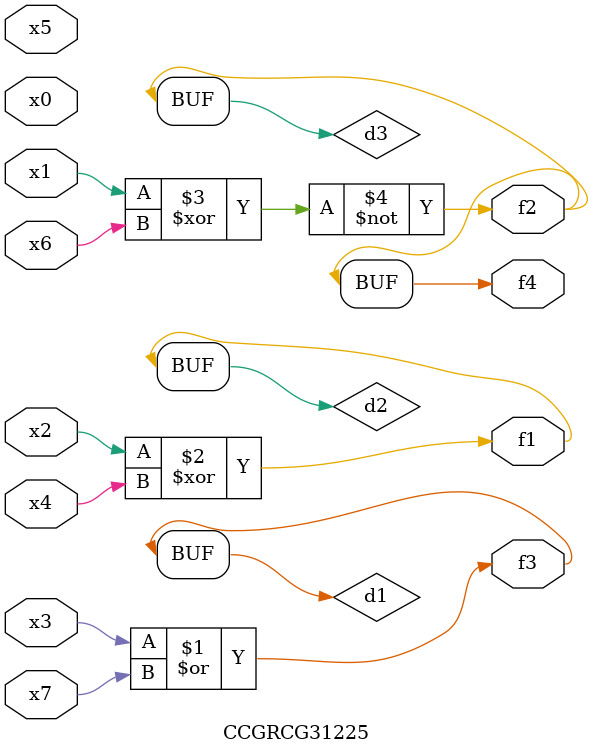
<source format=v>
module CCGRCG31225(
	input x0, x1, x2, x3, x4, x5, x6, x7,
	output f1, f2, f3, f4
);

	wire d1, d2, d3;

	or (d1, x3, x7);
	xor (d2, x2, x4);
	xnor (d3, x1, x6);
	assign f1 = d2;
	assign f2 = d3;
	assign f3 = d1;
	assign f4 = d3;
endmodule

</source>
